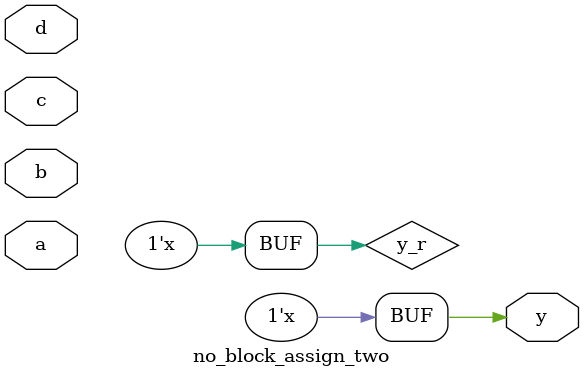
<source format=v>

module no_block_assign_two
        (
            input a,
            input b,
            input c,
            input d,
            
            output y        
        );
    
    reg temp1;
    reg temp2;
    reg y_r;
    
    assign y = y_r;
    
    always @(a, b, c, d)
    begin
        temp1 <= a & b;
        temp2 <= d ^ c;
        y_r <= temp1 | temp2;
    end    
endmodule
// END OF no_block_assign_two.v FILE ***************************************************

    
   
</source>
